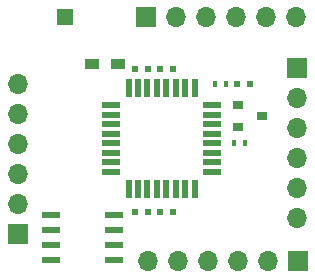
<source format=gbs>
G04 #@! TF.GenerationSoftware,KiCad,Pcbnew,no-vcs-found-342f28f~58~ubuntu16.04.1*
G04 #@! TF.CreationDate,2017-05-04T11:09:12+03:00*
G04 #@! TF.ProjectId,minimal_node_rfm69w,6D696E696D616C5F6E6F64655F72666D,rev?*
G04 #@! TF.FileFunction,Soldermask,Bot*
G04 #@! TF.FilePolarity,Negative*
%FSLAX46Y46*%
G04 Gerber Fmt 4.6, Leading zero omitted, Abs format (unit mm)*
G04 Created by KiCad (PCBNEW no-vcs-found-342f28f~58~ubuntu16.04.1) date Thu May  4 11:09:12 2017*
%MOMM*%
%LPD*%
G01*
G04 APERTURE LIST*
%ADD10C,0.100000*%
%ADD11R,1.350000X1.350000*%
%ADD12R,0.600000X0.500000*%
%ADD13R,1.700000X1.700000*%
%ADD14O,1.700000X1.700000*%
%ADD15R,1.200000X0.900000*%
%ADD16R,0.400000X0.600000*%
%ADD17R,1.550000X0.600000*%
%ADD18R,1.600000X0.550000*%
%ADD19R,0.550000X1.600000*%
%ADD20R,0.900000X0.800000*%
G04 APERTURE END LIST*
D10*
D11*
X141200000Y-50300000D03*
D12*
X147150000Y-66800000D03*
X148250000Y-66800000D03*
X147150000Y-54700000D03*
X148250000Y-54700000D03*
X149250000Y-66800000D03*
X150350000Y-66800000D03*
X149250000Y-54700000D03*
X150350000Y-54700000D03*
X155750000Y-56000000D03*
X156850000Y-56000000D03*
D13*
X137200000Y-68680000D03*
D14*
X137200000Y-66140000D03*
X137200000Y-63600000D03*
X137200000Y-61060000D03*
X137200000Y-58520000D03*
X137200000Y-55980000D03*
D13*
X160900000Y-54640000D03*
D14*
X160900000Y-57180000D03*
X160900000Y-59720000D03*
X160900000Y-62260000D03*
X160900000Y-64800000D03*
X160900000Y-67340000D03*
X148220000Y-71000000D03*
X150760000Y-71000000D03*
X153300000Y-71000000D03*
X155840000Y-71000000D03*
X158380000Y-71000000D03*
D13*
X160920000Y-71000000D03*
D14*
X160780000Y-50300000D03*
X158240000Y-50300000D03*
X155700000Y-50300000D03*
X153160000Y-50300000D03*
X150620000Y-50300000D03*
D13*
X148080000Y-50300000D03*
D15*
X143500000Y-54300000D03*
X145700000Y-54300000D03*
D16*
X154850000Y-56000000D03*
X153950000Y-56000000D03*
X155550000Y-61000000D03*
X156450000Y-61000000D03*
D17*
X145400000Y-70905000D03*
X145400000Y-69635000D03*
X145400000Y-68365000D03*
X145400000Y-67095000D03*
X140000000Y-67095000D03*
X140000000Y-68365000D03*
X140000000Y-69635000D03*
X140000000Y-70905000D03*
D18*
X153650000Y-63400000D03*
X153650000Y-62600000D03*
X153650000Y-61800000D03*
X153650000Y-61000000D03*
X153650000Y-60200000D03*
X153650000Y-59400000D03*
X153650000Y-58600000D03*
X153650000Y-57800000D03*
D19*
X152200000Y-56350000D03*
X151400000Y-56350000D03*
X150600000Y-56350000D03*
X149800000Y-56350000D03*
X149000000Y-56350000D03*
X148200000Y-56350000D03*
X147400000Y-56350000D03*
X146600000Y-56350000D03*
D18*
X145150000Y-57800000D03*
X145150000Y-58600000D03*
X145150000Y-59400000D03*
X145150000Y-60200000D03*
X145150000Y-61000000D03*
X145150000Y-61800000D03*
X145150000Y-62600000D03*
X145150000Y-63400000D03*
D19*
X146600000Y-64850000D03*
X147400000Y-64850000D03*
X148200000Y-64850000D03*
X149000000Y-64850000D03*
X149800000Y-64850000D03*
X150600000Y-64850000D03*
X151400000Y-64850000D03*
X152200000Y-64850000D03*
D20*
X157900000Y-58700000D03*
X155900000Y-57750000D03*
X155900000Y-59650000D03*
M02*

</source>
